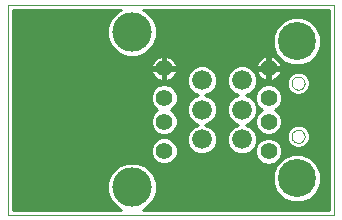
<source format=gtl>
G75*
G70*
%OFA0B0*%
%FSLAX24Y24*%
%IPPOS*%
%LPD*%
%AMOC8*
5,1,8,0,0,1.08239X$1,22.5*
%
%ADD10C,0.0000*%
%ADD11C,0.0560*%
%ADD12C,0.1310*%
%ADD13C,0.1266*%
%ADD14C,0.0660*%
%ADD15C,0.0100*%
%ADD16C,0.0357*%
D10*
X001030Y000655D02*
X001030Y007655D01*
X011905Y007655D01*
X011905Y000655D01*
X001030Y000655D01*
X010477Y003269D02*
X010479Y003298D01*
X010485Y003326D01*
X010494Y003354D01*
X010507Y003380D01*
X010524Y003403D01*
X010543Y003425D01*
X010565Y003444D01*
X010590Y003459D01*
X010616Y003472D01*
X010644Y003480D01*
X010672Y003485D01*
X010701Y003486D01*
X010730Y003483D01*
X010758Y003476D01*
X010785Y003466D01*
X010811Y003452D01*
X010834Y003435D01*
X010855Y003415D01*
X010873Y003392D01*
X010888Y003367D01*
X010899Y003340D01*
X010907Y003312D01*
X010911Y003283D01*
X010911Y003255D01*
X010907Y003226D01*
X010899Y003198D01*
X010888Y003171D01*
X010873Y003146D01*
X010855Y003123D01*
X010834Y003103D01*
X010811Y003086D01*
X010785Y003072D01*
X010758Y003062D01*
X010730Y003055D01*
X010701Y003052D01*
X010672Y003053D01*
X010644Y003058D01*
X010616Y003066D01*
X010590Y003079D01*
X010565Y003094D01*
X010543Y003113D01*
X010524Y003135D01*
X010507Y003158D01*
X010494Y003184D01*
X010485Y003212D01*
X010479Y003240D01*
X010477Y003269D01*
X010477Y005041D02*
X010479Y005070D01*
X010485Y005098D01*
X010494Y005126D01*
X010507Y005152D01*
X010524Y005175D01*
X010543Y005197D01*
X010565Y005216D01*
X010590Y005231D01*
X010616Y005244D01*
X010644Y005252D01*
X010672Y005257D01*
X010701Y005258D01*
X010730Y005255D01*
X010758Y005248D01*
X010785Y005238D01*
X010811Y005224D01*
X010834Y005207D01*
X010855Y005187D01*
X010873Y005164D01*
X010888Y005139D01*
X010899Y005112D01*
X010907Y005084D01*
X010911Y005055D01*
X010911Y005027D01*
X010907Y004998D01*
X010899Y004970D01*
X010888Y004943D01*
X010873Y004918D01*
X010855Y004895D01*
X010834Y004875D01*
X010811Y004858D01*
X010785Y004844D01*
X010758Y004834D01*
X010730Y004827D01*
X010701Y004824D01*
X010672Y004825D01*
X010644Y004830D01*
X010616Y004838D01*
X010590Y004851D01*
X010565Y004866D01*
X010543Y004885D01*
X010524Y004907D01*
X010507Y004930D01*
X010494Y004956D01*
X010485Y004984D01*
X010479Y005012D01*
X010477Y005041D01*
D11*
X009710Y005533D03*
X009710Y004549D03*
X009710Y003761D03*
X009710Y002777D03*
X006225Y002780D03*
X006225Y003760D03*
X006225Y004550D03*
X006225Y005530D03*
D12*
X005155Y006740D03*
X005155Y001570D03*
D13*
X010655Y001872D03*
X010655Y006439D03*
D14*
X008824Y005139D03*
X007486Y005139D03*
X007486Y004155D03*
X008824Y004155D03*
X008824Y003171D03*
X007486Y003171D03*
D15*
X007965Y003020D02*
X008346Y003020D01*
X008324Y003071D02*
X008401Y002888D01*
X008541Y002747D01*
X008725Y002671D01*
X008924Y002671D01*
X009108Y002747D01*
X009248Y002888D01*
X009324Y003071D01*
X009324Y003270D01*
X009248Y003454D01*
X009108Y003595D01*
X008943Y003663D01*
X009108Y003731D01*
X009248Y003872D01*
X009324Y004056D01*
X009324Y004255D01*
X009248Y004438D01*
X009108Y004579D01*
X008943Y004647D01*
X009108Y004715D01*
X009248Y004856D01*
X009324Y005040D01*
X009324Y005239D01*
X009248Y005423D01*
X009108Y005563D01*
X008924Y005639D01*
X008725Y005639D01*
X008541Y005563D01*
X008401Y005423D01*
X008324Y005239D01*
X008324Y005040D01*
X008401Y004856D01*
X008541Y004715D01*
X008706Y004647D01*
X008541Y004579D01*
X008401Y004438D01*
X008324Y004255D01*
X008324Y004056D01*
X008401Y003872D01*
X008541Y003731D01*
X008706Y003663D01*
X008541Y003595D01*
X008401Y003454D01*
X008324Y003270D01*
X008324Y003071D01*
X008324Y003119D02*
X007986Y003119D01*
X007986Y003071D02*
X007910Y002888D01*
X007769Y002747D01*
X007585Y002671D01*
X007386Y002671D01*
X007203Y002747D01*
X007062Y002888D01*
X006986Y003071D01*
X006986Y003270D01*
X007062Y003454D01*
X007203Y003595D01*
X007367Y003663D01*
X007203Y003731D01*
X007062Y003872D01*
X006986Y004056D01*
X006986Y004255D01*
X007062Y004438D01*
X007203Y004579D01*
X007367Y004647D01*
X007203Y004715D01*
X007062Y004856D01*
X006986Y005040D01*
X006986Y005239D01*
X007062Y005423D01*
X007203Y005563D01*
X007386Y005639D01*
X007585Y005639D01*
X007769Y005563D01*
X007910Y005423D01*
X007986Y005239D01*
X007986Y005040D01*
X007910Y004856D01*
X007769Y004715D01*
X007604Y004647D01*
X007769Y004579D01*
X007910Y004438D01*
X007986Y004255D01*
X007986Y004056D01*
X007910Y003872D01*
X007769Y003731D01*
X007604Y003663D01*
X007769Y003595D01*
X007910Y003454D01*
X007986Y003270D01*
X007986Y003071D01*
X007924Y002922D02*
X008386Y002922D01*
X008465Y002823D02*
X007845Y002823D01*
X007715Y002725D02*
X008595Y002725D01*
X009053Y002725D02*
X009260Y002725D01*
X009260Y002688D02*
X009329Y002522D01*
X009455Y002396D01*
X009621Y002327D01*
X009800Y002327D01*
X009965Y002396D01*
X010092Y002522D01*
X010160Y002688D01*
X010160Y002867D01*
X010092Y003032D01*
X009965Y003159D01*
X009800Y003227D01*
X009621Y003227D01*
X009455Y003159D01*
X009329Y003032D01*
X009260Y002867D01*
X009260Y002688D01*
X009286Y002626D02*
X006648Y002626D01*
X006675Y002691D02*
X006607Y002525D01*
X006480Y002399D01*
X006315Y002330D01*
X009613Y002330D01*
X009422Y002429D02*
X006510Y002429D01*
X006607Y002527D02*
X009327Y002527D01*
X009260Y002823D02*
X009184Y002823D01*
X009262Y002922D02*
X009283Y002922D01*
X009303Y003020D02*
X009324Y003020D01*
X009324Y003119D02*
X009415Y003119D01*
X009324Y003217D02*
X009597Y003217D01*
X009621Y003311D02*
X009800Y003311D01*
X009965Y003380D01*
X010092Y003506D01*
X010160Y003672D01*
X010160Y003851D01*
X010092Y004016D01*
X009965Y004143D01*
X009936Y004155D01*
X009965Y004167D01*
X010092Y004294D01*
X010160Y004459D01*
X010160Y004638D01*
X010092Y004804D01*
X009965Y004930D01*
X009800Y004999D01*
X009621Y004999D01*
X009455Y004930D01*
X009329Y004804D01*
X009260Y004638D01*
X009260Y004459D01*
X009329Y004294D01*
X009455Y004167D01*
X009485Y004155D01*
X009455Y004143D01*
X009329Y004016D01*
X009260Y003851D01*
X009260Y003672D01*
X009329Y003506D01*
X009455Y003380D01*
X009621Y003311D01*
X009610Y003316D02*
X009306Y003316D01*
X009265Y003414D02*
X009421Y003414D01*
X009326Y003513D02*
X009189Y003513D01*
X009285Y003611D02*
X009067Y003611D01*
X009056Y003710D02*
X009260Y003710D01*
X009260Y003809D02*
X009185Y003809D01*
X009263Y003907D02*
X009284Y003907D01*
X009304Y004006D02*
X009324Y004006D01*
X009324Y004104D02*
X009417Y004104D01*
X009420Y004203D02*
X009324Y004203D01*
X009326Y004301D02*
X009305Y004301D01*
X009285Y004400D02*
X009264Y004400D01*
X009260Y004498D02*
X009188Y004498D01*
X009260Y004597D02*
X009064Y004597D01*
X009059Y004695D02*
X009284Y004695D01*
X009325Y004794D02*
X009186Y004794D01*
X009263Y004892D02*
X009418Y004892D01*
X009304Y004991D02*
X009602Y004991D01*
X009610Y005114D02*
X009545Y005135D01*
X009485Y005165D01*
X009430Y005205D01*
X009382Y005253D01*
X009342Y005308D01*
X009312Y005368D01*
X009291Y005432D01*
X009281Y005493D01*
X009670Y005493D01*
X009670Y005573D01*
X009281Y005573D01*
X009291Y005634D01*
X009312Y005698D01*
X009342Y005758D01*
X009382Y005813D01*
X009430Y005861D01*
X009485Y005901D01*
X009545Y005932D01*
X009610Y005952D01*
X009670Y005962D01*
X009670Y005573D01*
X009750Y005573D01*
X009750Y005962D01*
X009811Y005952D01*
X009875Y005932D01*
X009936Y005901D01*
X009990Y005861D01*
X010038Y005813D01*
X010078Y005758D01*
X010109Y005698D01*
X010130Y005634D01*
X010139Y005573D01*
X009750Y005573D01*
X009750Y005493D01*
X009750Y005104D01*
X009811Y005114D01*
X009875Y005135D01*
X009936Y005165D01*
X009990Y005205D01*
X010038Y005253D01*
X010078Y005308D01*
X010109Y005368D01*
X010130Y005432D01*
X010139Y005493D01*
X009750Y005493D01*
X009670Y005493D01*
X009670Y005104D01*
X009610Y005114D01*
X009670Y005188D02*
X009750Y005188D01*
X009750Y005287D02*
X009670Y005287D01*
X009670Y005385D02*
X009750Y005385D01*
X009750Y005484D02*
X009670Y005484D01*
X009670Y005582D02*
X009750Y005582D01*
X009750Y005681D02*
X009670Y005681D01*
X009670Y005779D02*
X009750Y005779D01*
X009750Y005878D02*
X009670Y005878D01*
X009453Y005878D02*
X006478Y005878D01*
X006505Y005858D02*
X006450Y005898D01*
X006390Y005929D01*
X006326Y005949D01*
X006265Y005959D01*
X006265Y005570D01*
X006185Y005570D01*
X006185Y005490D01*
X005796Y005490D01*
X005806Y005429D01*
X005827Y005365D01*
X005857Y005305D01*
X005897Y005250D01*
X005945Y005202D01*
X006000Y005162D01*
X006060Y005132D01*
X006124Y005111D01*
X006185Y005101D01*
X006185Y005490D01*
X006265Y005490D01*
X006265Y005101D01*
X006326Y005111D01*
X006390Y005132D01*
X006450Y005162D01*
X006505Y005202D01*
X006553Y005250D01*
X006593Y005305D01*
X006624Y005365D01*
X006644Y005429D01*
X006654Y005490D01*
X006265Y005490D01*
X006265Y005570D01*
X006654Y005570D01*
X006644Y005631D01*
X006624Y005695D01*
X006593Y005755D01*
X006553Y005810D01*
X006505Y005858D01*
X006576Y005779D02*
X009358Y005779D01*
X009306Y005681D02*
X006628Y005681D01*
X006652Y005582D02*
X007249Y005582D01*
X007123Y005484D02*
X006653Y005484D01*
X006630Y005385D02*
X007046Y005385D01*
X007006Y005287D02*
X006580Y005287D01*
X006486Y005188D02*
X006986Y005188D01*
X006986Y005090D02*
X001200Y005090D01*
X001200Y005188D02*
X005964Y005188D01*
X005870Y005287D02*
X001200Y005287D01*
X001200Y005385D02*
X005820Y005385D01*
X005797Y005484D02*
X001200Y005484D01*
X001200Y005582D02*
X005798Y005582D01*
X005796Y005570D02*
X005806Y005631D01*
X005827Y005695D01*
X005857Y005755D01*
X005897Y005810D01*
X005945Y005858D01*
X006000Y005898D01*
X006060Y005929D01*
X006124Y005949D01*
X006185Y005959D01*
X006185Y005570D01*
X005796Y005570D01*
X005822Y005681D02*
X001200Y005681D01*
X001200Y005779D02*
X005875Y005779D01*
X005972Y005878D02*
X001200Y005878D01*
X001200Y005976D02*
X004843Y005976D01*
X004991Y005915D02*
X004688Y006041D01*
X004456Y006273D01*
X004330Y006576D01*
X004330Y006904D01*
X004456Y007207D01*
X004688Y007439D01*
X004798Y007485D01*
X001200Y007485D01*
X001200Y000825D01*
X004798Y000825D01*
X004688Y000871D01*
X004456Y001103D01*
X004330Y001406D01*
X004330Y001734D01*
X004456Y002037D01*
X004688Y002269D01*
X004991Y002395D01*
X005319Y002395D01*
X005622Y002269D01*
X005854Y002037D01*
X005980Y001734D01*
X005980Y001406D01*
X005854Y001103D01*
X005622Y000871D01*
X005512Y000825D01*
X011735Y000825D01*
X011735Y007485D01*
X005512Y007485D01*
X005622Y007439D01*
X005854Y007207D01*
X005980Y006904D01*
X005980Y006576D01*
X005854Y006273D01*
X005622Y006041D01*
X005319Y005915D01*
X004991Y005915D01*
X004654Y006075D02*
X001200Y006075D01*
X001200Y006174D02*
X004555Y006174D01*
X004456Y006272D02*
X001200Y006272D01*
X001200Y006371D02*
X004415Y006371D01*
X004374Y006469D02*
X001200Y006469D01*
X001200Y006568D02*
X004334Y006568D01*
X004330Y006666D02*
X001200Y006666D01*
X001200Y006765D02*
X004330Y006765D01*
X004330Y006863D02*
X001200Y006863D01*
X001200Y006962D02*
X004354Y006962D01*
X004395Y007060D02*
X001200Y007060D01*
X001200Y007159D02*
X004436Y007159D01*
X004506Y007258D02*
X001200Y007258D01*
X001200Y007356D02*
X004604Y007356D01*
X004724Y007455D02*
X001200Y007455D01*
X005467Y005976D02*
X009981Y005976D01*
X009974Y005984D02*
X010200Y005758D01*
X010495Y005636D01*
X010815Y005636D01*
X011110Y005758D01*
X011336Y005984D01*
X011458Y006279D01*
X011458Y006598D01*
X011336Y006893D01*
X011110Y007119D01*
X010815Y007242D01*
X010495Y007242D01*
X010200Y007119D01*
X009974Y006893D01*
X009852Y006598D01*
X009852Y006279D01*
X009974Y005984D01*
X009967Y005878D02*
X010080Y005878D01*
X010063Y005779D02*
X010179Y005779D01*
X010114Y005681D02*
X010386Y005681D01*
X010138Y005582D02*
X011735Y005582D01*
X011735Y005681D02*
X010924Y005681D01*
X011132Y005779D02*
X011735Y005779D01*
X011735Y005878D02*
X011230Y005878D01*
X011329Y005976D02*
X011735Y005976D01*
X011735Y006075D02*
X011374Y006075D01*
X011415Y006174D02*
X011735Y006174D01*
X011735Y006272D02*
X011455Y006272D01*
X011458Y006371D02*
X011735Y006371D01*
X011735Y006469D02*
X011458Y006469D01*
X011458Y006568D02*
X011735Y006568D01*
X011735Y006666D02*
X011430Y006666D01*
X011389Y006765D02*
X011735Y006765D01*
X011735Y006863D02*
X011348Y006863D01*
X011267Y006962D02*
X011735Y006962D01*
X011735Y007060D02*
X011169Y007060D01*
X011014Y007159D02*
X011735Y007159D01*
X011735Y007258D02*
X005804Y007258D01*
X005875Y007159D02*
X010296Y007159D01*
X010141Y007060D02*
X005915Y007060D01*
X005956Y006962D02*
X010043Y006962D01*
X009962Y006863D02*
X005980Y006863D01*
X005980Y006765D02*
X009921Y006765D01*
X009880Y006666D02*
X005980Y006666D01*
X005977Y006568D02*
X009852Y006568D01*
X009852Y006469D02*
X005936Y006469D01*
X005895Y006371D02*
X009852Y006371D01*
X009855Y006272D02*
X005854Y006272D01*
X005755Y006174D02*
X009896Y006174D01*
X009936Y006075D02*
X005657Y006075D01*
X006185Y005878D02*
X006265Y005878D01*
X006265Y005779D02*
X006185Y005779D01*
X006185Y005681D02*
X006265Y005681D01*
X006265Y005582D02*
X006185Y005582D01*
X006185Y005484D02*
X006265Y005484D01*
X006265Y005385D02*
X006185Y005385D01*
X006185Y005287D02*
X006265Y005287D01*
X006265Y005188D02*
X006185Y005188D01*
X006136Y005000D02*
X005970Y004932D01*
X005844Y004805D01*
X005775Y004640D01*
X005775Y004461D01*
X005844Y004295D01*
X005970Y004169D01*
X006003Y004155D01*
X005970Y004142D01*
X005844Y004015D01*
X005775Y003850D01*
X005775Y003671D01*
X005844Y003505D01*
X005970Y003379D01*
X006136Y003310D01*
X006315Y003310D01*
X006480Y003379D01*
X006607Y003505D01*
X006675Y003671D01*
X006675Y003850D01*
X006607Y004015D01*
X006480Y004142D01*
X006447Y004155D01*
X006480Y004169D01*
X006607Y004295D01*
X006675Y004461D01*
X006675Y004640D01*
X006607Y004805D01*
X006480Y004932D01*
X006315Y005000D01*
X006136Y005000D01*
X006114Y004991D02*
X001200Y004991D01*
X001200Y004892D02*
X005931Y004892D01*
X005839Y004794D02*
X001200Y004794D01*
X001200Y004695D02*
X005798Y004695D01*
X005775Y004597D02*
X001200Y004597D01*
X001200Y004498D02*
X005775Y004498D01*
X005800Y004400D02*
X001200Y004400D01*
X001200Y004301D02*
X005841Y004301D01*
X005936Y004203D02*
X001200Y004203D01*
X001200Y004104D02*
X005933Y004104D01*
X005840Y004006D02*
X001200Y004006D01*
X001200Y003907D02*
X005799Y003907D01*
X005775Y003809D02*
X001200Y003809D01*
X001200Y003710D02*
X005775Y003710D01*
X005800Y003611D02*
X001200Y003611D01*
X001200Y003513D02*
X005840Y003513D01*
X005934Y003414D02*
X001200Y003414D01*
X001200Y003316D02*
X006122Y003316D01*
X006136Y003230D02*
X005970Y003162D01*
X005844Y003035D01*
X005775Y002870D01*
X005775Y002691D01*
X005844Y002525D01*
X005970Y002399D01*
X006136Y002330D01*
X006315Y002330D01*
X006135Y002330D02*
X005475Y002330D01*
X005660Y002232D02*
X009935Y002232D01*
X009974Y002327D02*
X009852Y002031D01*
X009852Y001712D01*
X009974Y001417D01*
X010200Y001191D01*
X010495Y001069D01*
X010815Y001069D01*
X011110Y001191D01*
X011336Y001417D01*
X011458Y001712D01*
X011458Y002031D01*
X011336Y002327D01*
X011110Y002552D01*
X010815Y002675D01*
X010495Y002675D01*
X010200Y002552D01*
X009974Y002327D01*
X009978Y002330D02*
X009807Y002330D01*
X009998Y002429D02*
X010077Y002429D01*
X010094Y002527D02*
X010175Y002527D01*
X010135Y002626D02*
X010378Y002626D01*
X010160Y002725D02*
X011735Y002725D01*
X011735Y002823D02*
X010160Y002823D01*
X010137Y002922D02*
X010524Y002922D01*
X010476Y002942D02*
X010367Y003050D01*
X010308Y003192D01*
X010308Y003346D01*
X010367Y003488D01*
X010476Y003597D01*
X010618Y003656D01*
X010771Y003656D01*
X010913Y003597D01*
X011022Y003488D01*
X011081Y003346D01*
X011081Y003192D01*
X011022Y003050D01*
X010913Y002942D01*
X010771Y002883D01*
X010618Y002883D01*
X010476Y002942D01*
X010397Y003020D02*
X010097Y003020D01*
X010005Y003119D02*
X010338Y003119D01*
X010308Y003217D02*
X009824Y003217D01*
X009810Y003316D02*
X010308Y003316D01*
X010336Y003414D02*
X010000Y003414D01*
X010094Y003513D02*
X010391Y003513D01*
X010511Y003611D02*
X010135Y003611D01*
X010160Y003710D02*
X011735Y003710D01*
X011735Y003809D02*
X010160Y003809D01*
X010137Y003907D02*
X011735Y003907D01*
X011735Y004006D02*
X010096Y004006D01*
X010004Y004104D02*
X011735Y004104D01*
X011735Y004203D02*
X010000Y004203D01*
X010095Y004301D02*
X011735Y004301D01*
X011735Y004400D02*
X010136Y004400D01*
X010160Y004498D02*
X011735Y004498D01*
X011735Y004597D02*
X010160Y004597D01*
X010137Y004695D02*
X010519Y004695D01*
X010476Y004713D02*
X010367Y004822D01*
X010308Y004964D01*
X010308Y005118D01*
X010367Y005260D01*
X010476Y005369D01*
X010618Y005427D01*
X010771Y005427D01*
X010913Y005369D01*
X011022Y005260D01*
X011081Y005118D01*
X011081Y004964D01*
X011022Y004822D01*
X010913Y004713D01*
X010771Y004654D01*
X010618Y004654D01*
X010476Y004713D01*
X010395Y004794D02*
X010096Y004794D01*
X010003Y004892D02*
X010338Y004892D01*
X010308Y004991D02*
X009818Y004991D01*
X009967Y005188D02*
X010337Y005188D01*
X010308Y005090D02*
X009324Y005090D01*
X009324Y005188D02*
X009453Y005188D01*
X009358Y005287D02*
X009305Y005287D01*
X009306Y005385D02*
X009264Y005385D01*
X009283Y005484D02*
X009187Y005484D01*
X009283Y005582D02*
X009062Y005582D01*
X008587Y005582D02*
X007723Y005582D01*
X007849Y005484D02*
X008462Y005484D01*
X008385Y005385D02*
X007925Y005385D01*
X007966Y005287D02*
X008344Y005287D01*
X008324Y005188D02*
X007986Y005188D01*
X007986Y005090D02*
X008324Y005090D01*
X008345Y004991D02*
X007966Y004991D01*
X007925Y004892D02*
X008385Y004892D01*
X008463Y004794D02*
X007847Y004794D01*
X007721Y004695D02*
X008590Y004695D01*
X008584Y004597D02*
X007726Y004597D01*
X007850Y004498D02*
X008461Y004498D01*
X008385Y004400D02*
X007926Y004400D01*
X007966Y004301D02*
X008344Y004301D01*
X008324Y004203D02*
X007986Y004203D01*
X007986Y004104D02*
X008324Y004104D01*
X008345Y004006D02*
X007965Y004006D01*
X007924Y003907D02*
X008386Y003907D01*
X008464Y003809D02*
X007846Y003809D01*
X007718Y003710D02*
X008592Y003710D01*
X008582Y003611D02*
X007729Y003611D01*
X007851Y003513D02*
X008459Y003513D01*
X008384Y003414D02*
X007926Y003414D01*
X007967Y003316D02*
X008343Y003316D01*
X008324Y003217D02*
X007986Y003217D01*
X007243Y003611D02*
X006651Y003611D01*
X006675Y003710D02*
X007254Y003710D01*
X007125Y003809D02*
X006675Y003809D01*
X006651Y003907D02*
X007047Y003907D01*
X007007Y004006D02*
X006610Y004006D01*
X006517Y004104D02*
X006986Y004104D01*
X006986Y004203D02*
X006514Y004203D01*
X006609Y004301D02*
X007005Y004301D01*
X007046Y004400D02*
X006650Y004400D01*
X006675Y004498D02*
X007122Y004498D01*
X007246Y004597D02*
X006675Y004597D01*
X006652Y004695D02*
X007251Y004695D01*
X007124Y004794D02*
X006611Y004794D01*
X006519Y004892D02*
X007047Y004892D01*
X007006Y004991D02*
X006336Y004991D01*
X006610Y003513D02*
X007121Y003513D01*
X007046Y003414D02*
X006516Y003414D01*
X006328Y003316D02*
X007005Y003316D01*
X006986Y003217D02*
X006346Y003217D01*
X006315Y003230D02*
X006136Y003230D01*
X006105Y003217D02*
X001200Y003217D01*
X001200Y003119D02*
X005927Y003119D01*
X005837Y003020D02*
X001200Y003020D01*
X001200Y002922D02*
X005797Y002922D01*
X005775Y002823D02*
X001200Y002823D01*
X001200Y002725D02*
X005775Y002725D01*
X005802Y002626D02*
X001200Y002626D01*
X001200Y002527D02*
X005843Y002527D01*
X005940Y002429D02*
X001200Y002429D01*
X001200Y002330D02*
X004835Y002330D01*
X004650Y002232D02*
X001200Y002232D01*
X001200Y002133D02*
X004552Y002133D01*
X004455Y002035D02*
X001200Y002035D01*
X001200Y001936D02*
X004414Y001936D01*
X004373Y001838D02*
X001200Y001838D01*
X001200Y001739D02*
X004332Y001739D01*
X004330Y001641D02*
X001200Y001641D01*
X001200Y001542D02*
X004330Y001542D01*
X004330Y001443D02*
X001200Y001443D01*
X001200Y001345D02*
X004355Y001345D01*
X004396Y001246D02*
X001200Y001246D01*
X001200Y001148D02*
X004437Y001148D01*
X004509Y001049D02*
X001200Y001049D01*
X001200Y000951D02*
X004608Y000951D01*
X004732Y000852D02*
X001200Y000852D01*
X005578Y000852D02*
X011735Y000852D01*
X011735Y000951D02*
X005702Y000951D01*
X005801Y001049D02*
X011735Y001049D01*
X011735Y001148D02*
X011006Y001148D01*
X011166Y001246D02*
X011735Y001246D01*
X011735Y001345D02*
X011264Y001345D01*
X011347Y001443D02*
X011735Y001443D01*
X011735Y001542D02*
X011388Y001542D01*
X011429Y001641D02*
X011735Y001641D01*
X011735Y001739D02*
X011458Y001739D01*
X011458Y001838D02*
X011735Y001838D01*
X011735Y001936D02*
X011458Y001936D01*
X011457Y002035D02*
X011735Y002035D01*
X011735Y002133D02*
X011416Y002133D01*
X011375Y002232D02*
X011735Y002232D01*
X011735Y002330D02*
X011332Y002330D01*
X011234Y002429D02*
X011735Y002429D01*
X011735Y002527D02*
X011135Y002527D01*
X010932Y002626D02*
X011735Y002626D01*
X011735Y002922D02*
X010865Y002922D01*
X010992Y003020D02*
X011735Y003020D01*
X011735Y003119D02*
X011050Y003119D01*
X011081Y003217D02*
X011735Y003217D01*
X011735Y003316D02*
X011081Y003316D01*
X011053Y003414D02*
X011735Y003414D01*
X011735Y003513D02*
X010997Y003513D01*
X010878Y003611D02*
X011735Y003611D01*
X011735Y004695D02*
X010870Y004695D01*
X010994Y004794D02*
X011735Y004794D01*
X011735Y004892D02*
X011051Y004892D01*
X011081Y004991D02*
X011735Y004991D01*
X011735Y005090D02*
X011081Y005090D01*
X011052Y005188D02*
X011735Y005188D01*
X011735Y005287D02*
X010995Y005287D01*
X010873Y005385D02*
X011735Y005385D01*
X011735Y005484D02*
X010138Y005484D01*
X010114Y005385D02*
X010516Y005385D01*
X010394Y005287D02*
X010063Y005287D01*
X011735Y007356D02*
X005706Y007356D01*
X005586Y007455D02*
X011735Y007455D01*
X006607Y003035D02*
X006480Y003162D01*
X006315Y003230D01*
X006523Y003119D02*
X006986Y003119D01*
X007007Y003020D02*
X006613Y003020D01*
X006607Y003035D02*
X006675Y002870D01*
X006675Y002691D01*
X006675Y002725D02*
X007257Y002725D01*
X007126Y002823D02*
X006675Y002823D01*
X006654Y002922D02*
X007048Y002922D01*
X005759Y002133D02*
X009894Y002133D01*
X009853Y002035D02*
X005856Y002035D01*
X005896Y001936D02*
X009852Y001936D01*
X009852Y001838D02*
X005937Y001838D01*
X005978Y001739D02*
X009852Y001739D01*
X009882Y001641D02*
X005980Y001641D01*
X005980Y001542D02*
X009922Y001542D01*
X009963Y001443D02*
X005980Y001443D01*
X005955Y001345D02*
X010046Y001345D01*
X010145Y001246D02*
X005914Y001246D01*
X005873Y001148D02*
X010304Y001148D01*
D16*
X008155Y006905D03*
M02*

</source>
